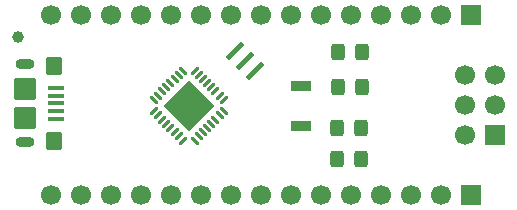
<source format=gbr>
%TF.GenerationSoftware,KiCad,Pcbnew,9.0.1*%
%TF.CreationDate,2025-04-21T22:05:37-04:00*%
%TF.ProjectId,nano_original,6e616e6f-5f6f-4726-9967-696e616c2e6b,rev?*%
%TF.SameCoordinates,Original*%
%TF.FileFunction,Soldermask,Top*%
%TF.FilePolarity,Negative*%
%FSLAX46Y46*%
G04 Gerber Fmt 4.6, Leading zero omitted, Abs format (unit mm)*
G04 Created by KiCad (PCBNEW 9.0.1) date 2025-04-21 22:05:37*
%MOMM*%
%LPD*%
G01*
G04 APERTURE LIST*
G04 Aperture macros list*
%AMRoundRect*
0 Rectangle with rounded corners*
0 $1 Rounding radius*
0 $2 $3 $4 $5 $6 $7 $8 $9 X,Y pos of 4 corners*
0 Add a 4 corners polygon primitive as box body*
4,1,4,$2,$3,$4,$5,$6,$7,$8,$9,$2,$3,0*
0 Add four circle primitives for the rounded corners*
1,1,$1+$1,$2,$3*
1,1,$1+$1,$4,$5*
1,1,$1+$1,$6,$7*
1,1,$1+$1,$8,$9*
0 Add four rect primitives between the rounded corners*
20,1,$1+$1,$2,$3,$4,$5,0*
20,1,$1+$1,$4,$5,$6,$7,0*
20,1,$1+$1,$6,$7,$8,$9,0*
20,1,$1+$1,$8,$9,$2,$3,0*%
%AMRotRect*
0 Rectangle, with rotation*
0 The origin of the aperture is its center*
0 $1 length*
0 $2 width*
0 $3 Rotation angle, in degrees counterclockwise*
0 Add horizontal line*
21,1,$1,$2,0,0,$3*%
G04 Aperture macros list end*
%ADD10RotRect,0.400000X1.900000X315.000000*%
%ADD11C,1.700000*%
%ADD12R,1.700000X1.700000*%
%ADD13R,1.700000X0.900000*%
%ADD14RoundRect,0.250000X-0.325000X-0.450000X0.325000X-0.450000X0.325000X0.450000X-0.325000X0.450000X0*%
%ADD15RoundRect,0.250000X0.325000X0.450000X-0.325000X0.450000X-0.325000X-0.450000X0.325000X-0.450000X0*%
%ADD16C,1.000000*%
%ADD17RoundRect,0.100000X-0.575000X0.100000X-0.575000X-0.100000X0.575000X-0.100000X0.575000X0.100000X0*%
%ADD18O,1.600000X0.900000*%
%ADD19RoundRect,0.250000X-0.450000X0.550000X-0.450000X-0.550000X0.450000X-0.550000X0.450000X0.550000X0*%
%ADD20RoundRect,0.250000X-0.700000X0.700000X-0.700000X-0.700000X0.700000X-0.700000X0.700000X0.700000X0*%
%ADD21RoundRect,0.062500X0.220971X0.309359X-0.309359X-0.220971X-0.220971X-0.309359X0.309359X0.220971X0*%
%ADD22RoundRect,0.062500X-0.220971X0.309359X-0.309359X0.220971X0.220971X-0.309359X0.309359X-0.220971X0*%
%ADD23RotRect,3.100000X3.100000X225.000000*%
G04 APERTURE END LIST*
D10*
%TO.C,Y1*%
X78575000Y-78400000D03*
X79423528Y-79248528D03*
X80272056Y-80097056D03*
%TD*%
D11*
%TO.C,J2*%
X62980000Y-75390000D03*
X65520000Y-75390000D03*
X68060000Y-75390000D03*
X70600000Y-75390000D03*
X73140000Y-75390000D03*
X75680000Y-75390000D03*
X78220000Y-75390000D03*
X80760000Y-75390000D03*
X83300000Y-75390000D03*
X85840000Y-75390000D03*
X88380000Y-75390000D03*
X90920000Y-75390000D03*
X93460000Y-75390000D03*
X96000000Y-75390000D03*
D12*
X98540000Y-75390000D03*
%TD*%
%TO.C,J3*%
X98540000Y-90630000D03*
D11*
X96000000Y-90630000D03*
X93460000Y-90630000D03*
X90920000Y-90630000D03*
X88380000Y-90630000D03*
X85840000Y-90630000D03*
X83300000Y-90630000D03*
X80760000Y-90630000D03*
X78220000Y-90630000D03*
X75680000Y-90630000D03*
X73140000Y-90630000D03*
X70600000Y-90630000D03*
X68060000Y-90630000D03*
X65520000Y-90630000D03*
X62980000Y-90630000D03*
%TD*%
D13*
%TO.C,SW1*%
X84125000Y-81425000D03*
X84125000Y-84825000D03*
%TD*%
D14*
%TO.C,D4*%
X87275000Y-78550000D03*
X89325000Y-78550000D03*
%TD*%
D15*
%TO.C,D1*%
X89275000Y-85000000D03*
X87225000Y-85000000D03*
%TD*%
D12*
%TO.C,J4*%
X100575000Y-85590000D03*
D11*
X98035000Y-85590000D03*
X100575000Y-83050000D03*
X98035000Y-83050000D03*
X100575000Y-80510000D03*
X98035000Y-80510000D03*
%TD*%
D15*
%TO.C,D5*%
X89275000Y-87625000D03*
X87225000Y-87625000D03*
%TD*%
D14*
%TO.C,D3*%
X87300000Y-81500000D03*
X89350000Y-81500000D03*
%TD*%
D16*
%TO.C,TP2*%
X60225000Y-77225000D03*
%TD*%
D17*
%TO.C,J1*%
X63465000Y-81585000D03*
X63465000Y-82235000D03*
X63465000Y-82885000D03*
X63465000Y-83535000D03*
X63465000Y-84185000D03*
D18*
X60790000Y-79585000D03*
D19*
X63240000Y-79685000D03*
D20*
X60790000Y-81685000D03*
X60790000Y-84085000D03*
D19*
X63240000Y-86085000D03*
D18*
X60790000Y-86185000D03*
%TD*%
D21*
%TO.C,U3*%
X77625010Y-82574664D03*
X77271456Y-82221111D03*
X76917903Y-81867557D03*
X76564349Y-81514004D03*
X76210796Y-81160451D03*
X75857243Y-80806897D03*
X75503689Y-80453344D03*
X75150136Y-80099790D03*
D22*
X74177864Y-80099790D03*
X73824311Y-80453344D03*
X73470757Y-80806897D03*
X73117204Y-81160451D03*
X72763651Y-81514004D03*
X72410097Y-81867557D03*
X72056544Y-82221111D03*
X71702990Y-82574664D03*
D21*
X71702990Y-83546936D03*
X72056544Y-83900489D03*
X72410097Y-84254043D03*
X72763651Y-84607596D03*
X73117204Y-84961149D03*
X73470757Y-85314703D03*
X73824311Y-85668256D03*
X74177864Y-86021810D03*
D22*
X75150136Y-86021810D03*
X75503689Y-85668256D03*
X75857243Y-85314703D03*
X76210796Y-84961149D03*
X76564349Y-84607596D03*
X76917903Y-84254043D03*
X77271456Y-83900489D03*
X77625010Y-83546936D03*
D23*
X74664000Y-83060800D03*
%TD*%
M02*

</source>
